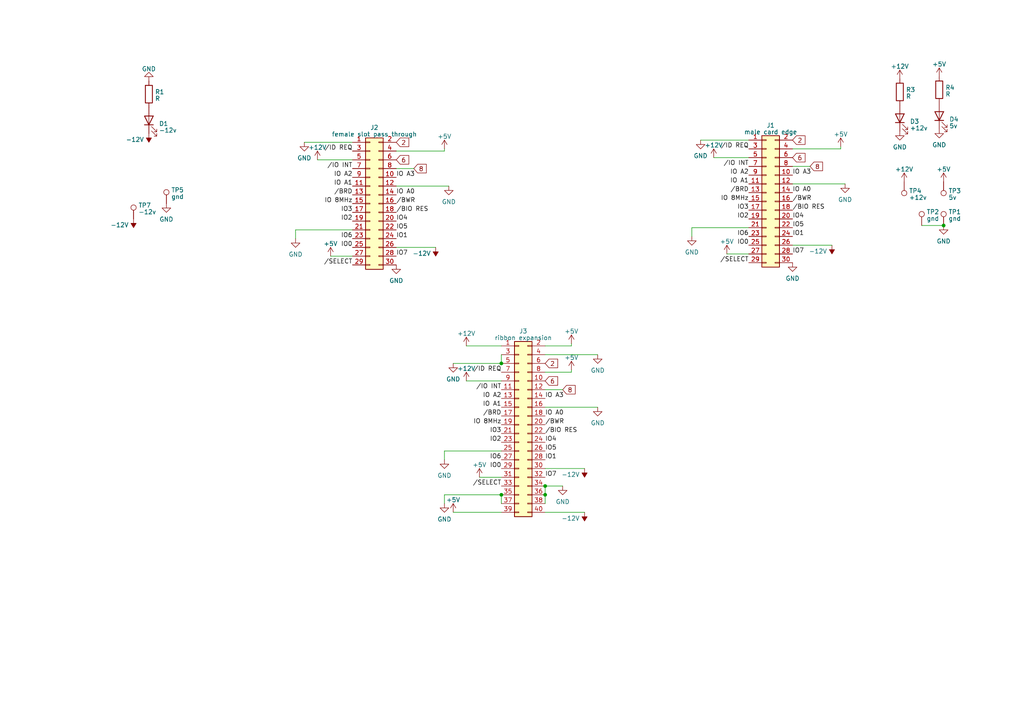
<source format=kicad_sch>
(kicad_sch (version 20230121) (generator eeschema)
  (paper "A4")
  (lib_symbols
    (symbol "Connector:TestPoint" (pin_numbers hide) (pin_names (offset 0.762) hide)
      (property "Reference" "TP" (at 0 6.858 0))
      (property "Value" "TestPoint" (at 0 5.08 0))
      (symbol "TestPoint_0_1"
        (circle (center 0 3.302) (radius 0.762))
      )
      (symbol "TestPoint_1_1"
        (pin passive line (at 0 0 90) (length 2.54) (name "1") (number "1"))
      )
    )
    (symbol "Connector_Generic:Conn_02x15_Odd_Even" (pin_names (offset 1.016) hide)
      (property "Reference" "J" (at 1.27 20.32 0))
      (property "Value" "Conn_02x15_Odd_Even" (at 1.27 -20.32 0))
      (symbol "Conn_02x15_Odd_Even_1_1"
        (rectangle (start -1.27 -17.653) (end 0 -17.907) (stroke (width 0.1524)))
        (rectangle (start -1.27 -15.113) (end 0 -15.367) (stroke (width 0.1524)))
        (rectangle (start -1.27 -12.573) (end 0 -12.827) (stroke (width 0.1524)))
        (rectangle (start -1.27 -10.033) (end 0 -10.287) (stroke (width 0.1524)))
        (rectangle (start -1.27 -7.493) (end 0 -7.747) (stroke (width 0.1524)))
        (rectangle (start -1.27 -4.953) (end 0 -5.207) (stroke (width 0.1524)))
        (rectangle (start -1.27 -2.413) (end 0 -2.667) (stroke (width 0.1524)))
        (rectangle (start -1.27 0.127) (end 0 -0.127) (stroke (width 0.1524)))
        (rectangle (start -1.27 2.667) (end 0 2.413) (stroke (width 0.1524)))
        (rectangle (start -1.27 5.207) (end 0 4.953) (stroke (width 0.1524)))
        (rectangle (start -1.27 7.747) (end 0 7.493) (stroke (width 0.1524)))
        (rectangle (start -1.27 10.287) (end 0 10.033) (stroke (width 0.1524)))
        (rectangle (start -1.27 12.827) (end 0 12.573) (stroke (width 0.1524)))
        (rectangle (start -1.27 15.367) (end 0 15.113) (stroke (width 0.1524)))
        (rectangle (start -1.27 17.907) (end 0 17.653) (stroke (width 0.1524)))
        (rectangle (start -1.27 19.05) (end 3.81 -19.05) (stroke (width 0.254)) (fill (type background)))
        (rectangle (start 3.81 -17.653) (end 2.54 -17.907) (stroke (width 0.1524)))
        (rectangle (start 3.81 -15.113) (end 2.54 -15.367) (stroke (width 0.1524)))
        (rectangle (start 3.81 -12.573) (end 2.54 -12.827) (stroke (width 0.1524)))
        (rectangle (start 3.81 -10.033) (end 2.54 -10.287) (stroke (width 0.1524)))
        (rectangle (start 3.81 -7.493) (end 2.54 -7.747) (stroke (width 0.1524)))
        (rectangle (start 3.81 -4.953) (end 2.54 -5.207) (stroke (width 0.1524)))
        (rectangle (start 3.81 -2.413) (end 2.54 -2.667) (stroke (width 0.1524)))
        (rectangle (start 3.81 0.127) (end 2.54 -0.127) (stroke (width 0.1524)))
        (rectangle (start 3.81 2.667) (end 2.54 2.413) (stroke (width 0.1524)))
        (rectangle (start 3.81 5.207) (end 2.54 4.953) (stroke (width 0.1524)))
        (rectangle (start 3.81 7.747) (end 2.54 7.493) (stroke (width 0.1524)))
        (rectangle (start 3.81 10.287) (end 2.54 10.033) (stroke (width 0.1524)))
        (rectangle (start 3.81 12.827) (end 2.54 12.573) (stroke (width 0.1524)))
        (rectangle (start 3.81 15.367) (end 2.54 15.113) (stroke (width 0.1524)))
        (rectangle (start 3.81 17.907) (end 2.54 17.653) (stroke (width 0.1524)))
        (pin passive line (at -5.08 17.78 0) (length 3.81) (name "Pin_1") (number "1"))
        (pin passive line (at 7.62 7.62 180) (length 3.81) (name "Pin_10") (number "10"))
        (pin passive line (at -5.08 5.08 0) (length 3.81) (name "Pin_11") (number "11"))
        (pin passive line (at 7.62 5.08 180) (length 3.81) (name "Pin_12") (number "12"))
        (pin passive line (at -5.08 2.54 0) (length 3.81) (name "Pin_13") (number "13"))
        (pin passive line (at 7.62 2.54 180) (length 3.81) (name "Pin_14") (number "14"))
        (pin passive line (at -5.08 0 0) (length 3.81) (name "Pin_15") (number "15"))
        (pin passive line (at 7.62 0 180) (length 3.81) (name "Pin_16") (number "16"))
        (pin passive line (at -5.08 -2.54 0) (length 3.81) (name "Pin_17") (number "17"))
        (pin passive line (at 7.62 -2.54 180) (length 3.81) (name "Pin_18") (number "18"))
        (pin passive line (at -5.08 -5.08 0) (length 3.81) (name "Pin_19") (number "19"))
        (pin passive line (at 7.62 17.78 180) (length 3.81) (name "Pin_2") (number "2"))
        (pin passive line (at 7.62 -5.08 180) (length 3.81) (name "Pin_20") (number "20"))
        (pin passive line (at -5.08 -7.62 0) (length 3.81) (name "Pin_21") (number "21"))
        (pin passive line (at 7.62 -7.62 180) (length 3.81) (name "Pin_22") (number "22"))
        (pin passive line (at -5.08 -10.16 0) (length 3.81) (name "Pin_23") (number "23"))
        (pin passive line (at 7.62 -10.16 180) (length 3.81) (name "Pin_24") (number "24"))
        (pin passive line (at -5.08 -12.7 0) (length 3.81) (name "Pin_25") (number "25"))
        (pin passive line (at 7.62 -12.7 180) (length 3.81) (name "Pin_26") (number "26"))
        (pin passive line (at -5.08 -15.24 0) (length 3.81) (name "Pin_27") (number "27"))
        (pin passive line (at 7.62 -15.24 180) (length 3.81) (name "Pin_28") (number "28"))
        (pin passive line (at -5.08 -17.78 0) (length 3.81) (name "Pin_29") (number "29"))
        (pin passive line (at -5.08 15.24 0) (length 3.81) (name "Pin_3") (number "3"))
        (pin passive line (at 7.62 -17.78 180) (length 3.81) (name "Pin_30") (number "30"))
        (pin passive line (at 7.62 15.24 180) (length 3.81) (name "Pin_4") (number "4"))
        (pin passive line (at -5.08 12.7 0) (length 3.81) (name "Pin_5") (number "5"))
        (pin passive line (at 7.62 12.7 180) (length 3.81) (name "Pin_6") (number "6"))
        (pin passive line (at -5.08 10.16 0) (length 3.81) (name "Pin_7") (number "7"))
        (pin passive line (at 7.62 10.16 180) (length 3.81) (name "Pin_8") (number "8"))
        (pin passive line (at -5.08 7.62 0) (length 3.81) (name "Pin_9") (number "9"))
      )
    )
    (symbol "Connector_Generic:Conn_02x20_Odd_Even" (pin_names (offset 1.016) hide)
      (property "Reference" "J" (at 1.27 25.4 0))
      (property "Value" "Conn_02x20_Odd_Even" (at 1.27 -27.94 0))
      (symbol "Conn_02x20_Odd_Even_1_1"
        (rectangle (start -1.27 -25.273) (end 0 -25.527) (stroke (width 0.1524)))
        (rectangle (start -1.27 -22.733) (end 0 -22.987) (stroke (width 0.1524)))
        (rectangle (start -1.27 -20.193) (end 0 -20.447) (stroke (width 0.1524)))
        (rectangle (start -1.27 -17.653) (end 0 -17.907) (stroke (width 0.1524)))
        (rectangle (start -1.27 -15.113) (end 0 -15.367) (stroke (width 0.1524)))
        (rectangle (start -1.27 -12.573) (end 0 -12.827) (stroke (width 0.1524)))
        (rectangle (start -1.27 -10.033) (end 0 -10.287) (stroke (width 0.1524)))
        (rectangle (start -1.27 -7.493) (end 0 -7.747) (stroke (width 0.1524)))
        (rectangle (start -1.27 -4.953) (end 0 -5.207) (stroke (width 0.1524)))
        (rectangle (start -1.27 -2.413) (end 0 -2.667) (stroke (width 0.1524)))
        (rectangle (start -1.27 0.127) (end 0 -0.127) (stroke (width 0.1524)))
        (rectangle (start -1.27 2.667) (end 0 2.413) (stroke (width 0.1524)))
        (rectangle (start -1.27 5.207) (end 0 4.953) (stroke (width 0.1524)))
        (rectangle (start -1.27 7.747) (end 0 7.493) (stroke (width 0.1524)))
        (rectangle (start -1.27 10.287) (end 0 10.033) (stroke (width 0.1524)))
        (rectangle (start -1.27 12.827) (end 0 12.573) (stroke (width 0.1524)))
        (rectangle (start -1.27 15.367) (end 0 15.113) (stroke (width 0.1524)))
        (rectangle (start -1.27 17.907) (end 0 17.653) (stroke (width 0.1524)))
        (rectangle (start -1.27 20.447) (end 0 20.193) (stroke (width 0.1524)))
        (rectangle (start -1.27 22.987) (end 0 22.733) (stroke (width 0.1524)))
        (rectangle (start -1.27 24.13) (end 3.81 -26.67) (stroke (width 0.254)) (fill (type background)))
        (rectangle (start 3.81 -25.273) (end 2.54 -25.527) (stroke (width 0.1524)))
        (rectangle (start 3.81 -22.733) (end 2.54 -22.987) (stroke (width 0.1524)))
        (rectangle (start 3.81 -20.193) (end 2.54 -20.447) (stroke (width 0.1524)))
        (rectangle (start 3.81 -17.653) (end 2.54 -17.907) (stroke (width 0.1524)))
        (rectangle (start 3.81 -15.113) (end 2.54 -15.367) (stroke (width 0.1524)))
        (rectangle (start 3.81 -12.573) (end 2.54 -12.827) (stroke (width 0.1524)))
        (rectangle (start 3.81 -10.033) (end 2.54 -10.287) (stroke (width 0.1524)))
        (rectangle (start 3.81 -7.493) (end 2.54 -7.747) (stroke (width 0.1524)))
        (rectangle (start 3.81 -4.953) (end 2.54 -5.207) (stroke (width 0.1524)))
        (rectangle (start 3.81 -2.413) (end 2.54 -2.667) (stroke (width 0.1524)))
        (rectangle (start 3.81 0.127) (end 2.54 -0.127) (stroke (width 0.1524)))
        (rectangle (start 3.81 2.667) (end 2.54 2.413) (stroke (width 0.1524)))
        (rectangle (start 3.81 5.207) (end 2.54 4.953) (stroke (width 0.1524)))
        (rectangle (start 3.81 7.747) (end 2.54 7.493) (stroke (width 0.1524)))
        (rectangle (start 3.81 10.287) (end 2.54 10.033) (stroke (width 0.1524)))
        (rectangle (start 3.81 12.827) (end 2.54 12.573) (stroke (width 0.1524)))
        (rectangle (start 3.81 15.367) (end 2.54 15.113) (stroke (width 0.1524)))
        (rectangle (start 3.81 17.907) (end 2.54 17.653) (stroke (width 0.1524)))
        (rectangle (start 3.81 20.447) (end 2.54 20.193) (stroke (width 0.1524)))
        (rectangle (start 3.81 22.987) (end 2.54 22.733) (stroke (width 0.1524)))
        (pin passive line (at -5.08 22.86 0) (length 3.81) (name "Pin_1") (number "1"))
        (pin passive line (at 7.62 12.7 180) (length 3.81) (name "Pin_10") (number "10"))
        (pin passive line (at -5.08 10.16 0) (length 3.81) (name "Pin_11") (number "11"))
        (pin passive line (at 7.62 10.16 180) (length 3.81) (name "Pin_12") (number "12"))
        (pin passive line (at -5.08 7.62 0) (length 3.81) (name "Pin_13") (number "13"))
        (pin passive line (at 7.62 7.62 180) (length 3.81) (name "Pin_14") (number "14"))
        (pin passive line (at -5.08 5.08 0) (length 3.81) (name "Pin_15") (number "15"))
        (pin passive line (at 7.62 5.08 180) (length 3.81) (name "Pin_16") (number "16"))
        (pin passive line (at -5.08 2.54 0) (length 3.81) (name "Pin_17") (number "17"))
        (pin passive line (at 7.62 2.54 180) (length 3.81) (name "Pin_18") (number "18"))
        (pin passive line (at -5.08 0 0) (length 3.81) (name "Pin_19") (number "19"))
        (pin passive line (at 7.62 22.86 180) (length 3.81) (name "Pin_2") (number "2"))
        (pin passive line (at 7.62 0 180) (length 3.81) (name "Pin_20") (number "20"))
        (pin passive line (at -5.08 -2.54 0) (length 3.81) (name "Pin_21") (number "21"))
        (pin passive line (at 7.62 -2.54 180) (length 3.81) (name "Pin_22") (number "22"))
        (pin passive line (at -5.08 -5.08 0) (length 3.81) (name "Pin_23") (number "23"))
        (pin passive line (at 7.62 -5.08 180) (length 3.81) (name "Pin_24") (number "24"))
        (pin passive line (at -5.08 -7.62 0) (length 3.81) (name "Pin_25") (number "25"))
        (pin passive line (at 7.62 -7.62 180) (length 3.81) (name "Pin_26") (number "26"))
        (pin passive line (at -5.08 -10.16 0) (length 3.81) (name "Pin_27") (number "27"))
        (pin passive line (at 7.62 -10.16 180) (length 3.81) (name "Pin_28") (number "28"))
        (pin passive line (at -5.08 -12.7 0) (length 3.81) (name "Pin_29") (number "29"))
        (pin passive line (at -5.08 20.32 0) (length 3.81) (name "Pin_3") (number "3"))
        (pin passive line (at 7.62 -12.7 180) (length 3.81) (name "Pin_30") (number "30"))
        (pin passive line (at -5.08 -15.24 0) (length 3.81) (name "Pin_31") (number "31"))
        (pin passive line (at 7.62 -15.24 180) (length 3.81) (name "Pin_32") (number "32"))
        (pin passive line (at -5.08 -17.78 0) (length 3.81) (name "Pin_33") (number "33"))
        (pin passive line (at 7.62 -17.78 180) (length 3.81) (name "Pin_34") (number "34"))
        (pin passive line (at -5.08 -20.32 0) (length 3.81) (name "Pin_35") (number "35"))
        (pin passive line (at 7.62 -20.32 180) (length 3.81) (name "Pin_36") (number "36"))
        (pin passive line (at -5.08 -22.86 0) (length 3.81) (name "Pin_37") (number "37"))
        (pin passive line (at 7.62 -22.86 180) (length 3.81) (name "Pin_38") (number "38"))
        (pin passive line (at -5.08 -25.4 0) (length 3.81) (name "Pin_39") (number "39"))
        (pin passive line (at 7.62 20.32 180) (length 3.81) (name "Pin_4") (number "4"))
        (pin passive line (at 7.62 -25.4 180) (length 3.81) (name "Pin_40") (number "40"))
        (pin passive line (at -5.08 17.78 0) (length 3.81) (name "Pin_5") (number "5"))
        (pin passive line (at 7.62 17.78 180) (length 3.81) (name "Pin_6") (number "6"))
        (pin passive line (at -5.08 15.24 0) (length 3.81) (name "Pin_7") (number "7"))
        (pin passive line (at 7.62 15.24 180) (length 3.81) (name "Pin_8") (number "8"))
        (pin passive line (at -5.08 12.7 0) (length 3.81) (name "Pin_9") (number "9"))
      )
    )
    (symbol "Device:LED" (pin_numbers hide) (pin_names (offset 1.016) hide)
      (property "Reference" "D" (at 0 2.54 0))
      (property "Value" "LED" (at 0 -2.54 0))
      (symbol "LED_0_1"
        (polyline (pts (xy -1.27 -1.27) (xy -1.27 1.27)) (stroke (width 0.254)))
        (polyline (pts (xy -1.27 0) (xy 1.27 0)))
        (polyline (pts (xy 1.27 -1.27) (xy 1.27 1.27) (xy -1.27 0) (xy 1.27 -1.27)) (stroke (width 0.254)))
        (polyline (pts (xy -3.048 -0.762) (xy -4.572 -2.286) (xy -3.81 -2.286) (xy -4.572 -2.286) (xy -4.572 -1.524)))
        (polyline (pts (xy -1.778 -0.762) (xy -3.302 -2.286) (xy -2.54 -2.286) (xy -3.302 -2.286) (xy -3.302 -1.524)))
      )
      (symbol "LED_1_1"
        (pin passive line (at -3.81 0 0) (length 2.54) (name "K") (number "1"))
        (pin passive line (at 3.81 0 180) (length 2.54) (name "A") (number "2"))
      )
    )
    (symbol "Device:R" (pin_numbers hide) (pin_names (offset 0))
      (property "Reference" "R" (at 2.032 0 90))
      (property "Value" "R" (at 0 0 90))
      (symbol "R_0_1"
        (rectangle (start -1.016 -2.54) (end 1.016 2.54) (stroke (width 0.254)))
      )
      (symbol "R_1_1"
        (pin passive line (at 0 3.81 270) (length 1.27) (name "~") (number "1"))
        (pin passive line (at 0 -3.81 90) (length 1.27) (name "~") (number "2"))
      )
    )
    (symbol "power:+12V" (power) (pin_names (offset 0))
      (property "Value" "+12V" (at 0 3.556 0))
      (symbol "+12V_0_1"
        (polyline (pts (xy -0.762 1.27) (xy 0 2.54)))
        (polyline (pts (xy 0 0) (xy 0 2.54)))
        (polyline (pts (xy 0 2.54) (xy 0.762 1.27)))
      )
      (symbol "+12V_1_1"
        (pin power_in line (at 0 0 90) (length 0) hide (name "+12V") (number "1"))
      )
    )
    (symbol "power:+5V" (power) (pin_names (offset 0))
      (property "Value" "+5V" (at 0 3.556 0))
      (symbol "+5V_0_1"
        (polyline (pts (xy -0.762 1.27) (xy 0 2.54)))
        (polyline (pts (xy 0 0) (xy 0 2.54)))
        (polyline (pts (xy 0 2.54) (xy 0.762 1.27)))
      )
      (symbol "+5V_1_1"
        (pin power_in line (at 0 0 90) (length 0) hide (name "+5V") (number "1"))
      )
    )
    (symbol "power:-12V" (power) (pin_names (offset 0))
      (property "Value" "-12V" (at 0 3.81 0))
      (symbol "-12V_0_0"
        (pin power_in line (at 0 0 90) (length 0) hide (name "-12V") (number "1"))
      )
      (symbol "-12V_0_1"
        (polyline (pts (xy 0 0) (xy 0 1.27) (xy 0.762 1.27) (xy 0 2.54) (xy -0.762 1.27) (xy 0 1.27)) (fill (type outline)))
      )
    )
    (symbol "power:GND" (power) (pin_names (offset 0))
      (property "Value" "GND" (at 0 -3.81 0))
      (symbol "GND_0_1"
        (polyline (pts (xy 0 0) (xy 0 -1.27) (xy 1.27 -1.27) (xy 0 -2.54) (xy -1.27 -1.27) (xy 0 -1.27)))
      )
      (symbol "GND_1_1"
        (pin power_in line (at 0 0 270) (length 0) hide (name "GND") (number "1"))
      )
    )
  )
  (junction (at 158.115 143.51))
  (junction (at 273.685 65.405))
  (junction (at 158.115 140.97))
  (junction (at 145.415 143.51))
  (junction (at 145.415 105.41))
  (wire (pts (xy 165.735 107.95) (xy 165.735 107.315)))
  (wire (pts (xy 234.95 48.26) (xy 229.87 48.26)))
  (wire (pts (xy 128.905 143.51) (xy 128.905 146.05)))
  (wire (pts (xy 131.445 105.41) (xy 145.415 105.41)))
  (wire (pts (xy 200.66 66.04) (xy 200.66 68.58)))
  (wire (pts (xy 229.87 71.12) (xy 241.3 71.12)))
  (wire (pts (xy 158.115 140.97) (xy 158.115 143.51)))
  (wire (pts (xy 158.115 135.89) (xy 169.545 135.89)))
  (wire (pts (xy 158.115 102.87) (xy 173.355 102.87)))
  (wire (pts (xy 163.195 140.97) (xy 158.115 140.97)))
  (wire (pts (xy 114.935 53.975) (xy 130.175 53.975)))
  (wire (pts (xy 158.115 107.95) (xy 165.735 107.95)))
  (wire (pts (xy 243.84 43.18) (xy 243.84 42.545)))
  (wire (pts (xy 158.115 100.33) (xy 165.735 100.33)))
  (wire (pts (xy 128.905 130.81) (xy 128.905 133.35)))
  (wire (pts (xy 128.905 43.815) (xy 128.905 43.18)))
  (wire (pts (xy 158.115 118.11) (xy 173.355 118.11)))
  (wire (pts (xy 131.445 148.59) (xy 145.415 148.59)))
  (wire (pts (xy 145.415 102.87) (xy 145.415 105.41)))
  (wire (pts (xy 102.235 66.675) (xy 85.725 66.675)))
  (wire (pts (xy 95.885 74.295) (xy 102.235 74.295)))
  (wire (pts (xy 139.065 138.43) (xy 145.415 138.43)))
  (wire (pts (xy 163.195 113.03) (xy 158.115 113.03)))
  (wire (pts (xy 158.115 148.59) (xy 169.545 148.59)))
  (wire (pts (xy 158.115 143.51) (xy 158.115 146.05)))
  (wire (pts (xy 207.01 45.72) (xy 217.17 45.72)))
  (wire (pts (xy 165.735 100.33) (xy 165.735 99.695)))
  (wire (pts (xy 135.255 110.49) (xy 145.415 110.49)))
  (wire (pts (xy 145.415 130.81) (xy 128.905 130.81)))
  (wire (pts (xy 114.935 71.755) (xy 126.365 71.755)))
  (wire (pts (xy 135.255 100.33) (xy 145.415 100.33)))
  (wire (pts (xy 210.82 73.66) (xy 217.17 73.66)))
  (wire (pts (xy 145.415 143.51) (xy 128.905 143.51)))
  (wire (pts (xy 267.335 65.405) (xy 273.685 65.405)))
  (wire (pts (xy 229.87 53.34) (xy 245.11 53.34)))
  (wire (pts (xy 114.935 43.815) (xy 128.905 43.815)))
  (wire (pts (xy 120.015 48.895) (xy 114.935 48.895)))
  (wire (pts (xy 229.87 43.18) (xy 243.84 43.18)))
  (wire (pts (xy 145.415 143.51) (xy 145.415 146.05)))
  (wire (pts (xy 88.265 41.275) (xy 102.235 41.275)))
  (wire (pts (xy 217.17 66.04) (xy 200.66 66.04)))
  (wire (pts (xy 203.2 40.64) (xy 217.17 40.64)))
  (wire (pts (xy 85.725 66.675) (xy 85.725 69.215)))
  (wire (pts (xy 92.075 46.355) (xy 102.235 46.355)))
  (label "IO A1" (at 145.415 118.11 180))
  (label "{slash}SELECT" (at 102.235 76.835 180))
  (label "IO4" (at 158.115 128.27 0))
  (label "{slash}ID REQ" (at 102.235 43.815 180))
  (label "IO1" (at 158.115 133.35 0))
  (label "IO 8MHz" (at 102.235 59.055 180))
  (label "IO2" (at 145.415 128.27 180))
  (label "IO2" (at 102.235 64.135 180))
  (label "IO A0" (at 114.935 56.515 0))
  (label "IO3" (at 145.415 125.73 180))
  (label "IO 8MHz" (at 145.415 123.19 180))
  (label "IO 8MHz" (at 217.17 58.42 180))
  (label "IO7" (at 114.935 74.295 0))
  (label "{slash}IO INT" (at 145.415 113.03 180))
  (label "IO A2" (at 217.17 50.8 180))
  (label "IO4" (at 114.935 64.135 0))
  (label "{slash}BRD" (at 102.235 56.515 180))
  (label "{slash}SELECT" (at 217.17 76.2 180))
  (label "IO A2" (at 102.235 51.435 180))
  (label "{slash}SELECT" (at 145.415 140.97 180))
  (label "{slash}ID REQ" (at 145.415 107.95 180))
  (label "IO A1" (at 102.235 53.975 180))
  (label "{slash}BWR" (at 158.115 123.19 0))
  (label "IO A1" (at 217.17 53.34 180))
  (label "IO A0" (at 158.115 120.65 0))
  (label "{slash}BRD" (at 145.415 120.65 180))
  (label "{slash}BIO RES" (at 114.935 61.595 0))
  (label "IO5" (at 158.115 130.81 0))
  (label "IO1" (at 229.87 68.58 0))
  (label "IO2" (at 217.17 63.5 180))
  (label "IO4" (at 229.87 63.5 0))
  (label "{slash}BIO RES" (at 158.115 125.73 0))
  (label "IO7" (at 158.115 138.43 0))
  (label "IO6" (at 102.235 69.215 180))
  (label "IO0" (at 145.415 135.89 180))
  (label "IO A0" (at 229.87 55.88 0))
  (label "{slash}IO INT" (at 217.17 48.26 180))
  (label "IO0" (at 217.17 71.12 180))
  (label "IO1" (at 114.935 69.215 0))
  (label "{slash}ID REQ" (at 217.17 43.18 180))
  (label "IO A3" (at 114.935 51.435 0))
  (label "{slash}IO INT" (at 102.235 48.895 180))
  (label "IO7" (at 229.87 73.66 0))
  (label "{slash}BRD" (at 217.17 55.88 180))
  (label "{slash}BWR" (at 114.935 59.055 0))
  (label "IO5" (at 229.87 66.04 0))
  (label "{slash}BIO RES" (at 229.87 60.96 0))
  (label "IO6" (at 217.17 68.58 180))
  (label "{slash}BWR" (at 229.87 58.42 0))
  (label "IO A3" (at 158.115 115.57 0))
  (label "IO A2" (at 145.415 115.57 180))
  (label "IO5" (at 114.935 66.675 0))
  (label "IO6" (at 145.415 133.35 180))
  (label "IO3" (at 217.17 60.96 180))
  (label "IO A3" (at 229.87 50.8 0))
  (label "IO0" (at 102.235 71.755 180))
  (label "IO3" (at 102.235 61.595 180))
  (global_label "8" (shape input) (at 234.95 48.26 0) (property "Intersheetrefs" "${INTERSHEET_REFS}" (effects hide)))
  (global_label "8" (shape input) (at 120.015 48.895 0) (property "Intersheetrefs" "${INTERSHEET_REFS}" (effects hide)))
  (global_label "6" (shape input) (at 114.935 46.355 0) (property "Intersheetrefs" "${INTERSHEET_REFS}" (effects hide)))
  (global_label "2" (shape input) (at 229.87 40.64 0) (property "Intersheetrefs" "${INTERSHEET_REFS}" (effects hide)))
  (global_label "2" (shape input) (at 158.115 105.41 0) (property "Intersheetrefs" "${INTERSHEET_REFS}" (effects hide)))
  (global_label "8" (shape input) (at 163.195 113.03 0) (property "Intersheetrefs" "${INTERSHEET_REFS}" (effects hide)))
  (global_label "2" (shape input) (at 114.935 41.275 0) (property "Intersheetrefs" "${INTERSHEET_REFS}" (effects hide)))
  (global_label "6" (shape input) (at 229.87 45.72 0) (property "Intersheetrefs" "${INTERSHEET_REFS}" (effects hide)))
  (global_label "6" (shape input) (at 158.115 110.49 0) (property "Intersheetrefs" "${INTERSHEET_REFS}" (effects hide)))
  (symbol (lib_id "power:+12V") (at 92.075 46.355 0) (unit 1)
    (property "Reference" "#PWR011" (effects hide))
    (property "Value" "+12V" (at 92.075 42.7505 0))
  )
  (symbol (lib_id "Device:LED") (at 43.18 34.925 90) (unit 1)
    (property "Reference" "D1" (at 46.101 35.8688 90) (effects (justify right)))
    (property "Value" "-12v" (at 46.101 37.7898 90) (effects (justify right)))
    (property "Footprint" "LED_THT:LED_D5.0mm" (effects hide))
  )
  (symbol (lib_id "Device:R") (at 43.18 27.305 0) (unit 1)
    (property "Reference" "R1" (at 44.958 26.6613 0) (effects (justify left)))
    (property "Value" "R" (at 44.958 28.5823 0) (effects (justify left)))
    (property "Footprint" "Resistor_THT:R_Axial_DIN0207_L6.3mm_D2.5mm_P5.08mm_Vertical" (effects hide))
  )
  (symbol (lib_id "power:+12V") (at 135.255 100.33 0) (unit 1)
    (property "Reference" "#PWR017" (effects hide))
    (property "Value" "+12V" (at 135.255 96.7255 0))
  )
  (symbol (lib_id "power:+5V") (at 131.445 148.59 0) (unit 1)
    (property "Reference" "#PWR029" (effects hide))
    (property "Value" "+5V" (at 131.445 144.9855 0))
  )
  (symbol (lib_id "power:+12V") (at 207.01 45.72 0) (unit 1)
    (property "Reference" "#PWR03" (effects hide))
    (property "Value" "+12V" (at 207.01 42.1155 0))
  )
  (symbol (lib_id "Connector:TestPoint") (at 48.26 59.055 0) (unit 1)
    (property "Reference" "TP5" (at 49.657 55.1093 0) (effects (justify left)))
    (property "Value" "gnd" (at 49.657 57.0303 0) (effects (justify left)))
    (property "Footprint" "Connector_PinHeader_2.54mm:PinHeader_1x01_P2.54mm_Vertical" (effects hide))
  )
  (symbol (lib_id "power:GND") (at 43.18 23.495 180) (unit 1)
    (property "Reference" "#PWR036" (effects hide))
    (property "Value" "GND" (at 43.18 19.9931 0))
  )
  (symbol (lib_id "power:GND") (at 260.985 38.1 0) (unit 1)
    (property "Reference" "#PWR035" (effects hide))
    (property "Value" "GND" (at 260.985 42.6625 0))
  )
  (symbol (lib_id "power:-12V") (at 43.18 38.735 0) (mirror x) (unit 1)
    (property "Reference" "#PWR032" (effects hide))
    (property "Value" "-12V" (at 41.783 40.484 0) (effects (justify right)))
  )
  (symbol (lib_id "Connector:TestPoint") (at 38.735 63.5 0) (unit 1)
    (property "Reference" "TP7" (at 40.132 59.5543 0) (effects (justify left)))
    (property "Value" "-12v" (at 40.132 61.4753 0) (effects (justify left)))
    (property "Footprint" "Connector_PinHeader_2.54mm:PinHeader_1x01_P2.54mm_Vertical" (effects hide))
  )
  (symbol (lib_id "power:GND") (at 203.2 40.64 0) (unit 1)
    (property "Reference" "#PWR02" (effects hide))
    (property "Value" "GND" (at 203.2 45.2025 0))
  )
  (symbol (lib_id "power:GND") (at 48.26 59.055 0) (unit 1)
    (property "Reference" "#PWR044" (effects hide))
    (property "Value" "GND" (at 48.26 63.6175 0))
  )
  (symbol (lib_id "power:-12V") (at 241.3 71.12 0) (mirror x) (unit 1)
    (property "Reference" "#PWR06" (effects hide))
    (property "Value" "-12V" (at 239.903 72.869 0) (effects (justify right)))
  )
  (symbol (lib_id "Device:LED") (at 272.415 33.655 90) (unit 1)
    (property "Reference" "D4" (at 275.336 34.5988 90) (effects (justify right)))
    (property "Value" "5v" (at 275.336 36.5198 90) (effects (justify right)))
    (property "Footprint" "LED_THT:LED_D5.0mm" (effects hide))
  )
  (symbol (lib_id "power:-12V") (at 169.545 135.89 0) (mirror x) (unit 1)
    (property "Reference" "#PWR023" (effects hide))
    (property "Value" "-12V" (at 168.148 137.639 0) (effects (justify right)))
  )
  (symbol (lib_id "power:GND") (at 200.66 68.58 0) (unit 1)
    (property "Reference" "#PWR01" (effects hide))
    (property "Value" "GND" (at 200.66 73.1425 0))
  )
  (symbol (lib_id "power:+5V") (at 165.735 99.695 0) (unit 1)
    (property "Reference" "#PWR027" (effects hide))
    (property "Value" "+5V" (at 165.735 96.0905 0))
  )
  (symbol (lib_id "Connector_Generic:Conn_02x15_Odd_Even") (at 222.25 58.42 0) (unit 1)
    (property "Reference" "J1" (at 223.52 36.3601 0))
    (property "Value" "male card edge" (at 223.52 38.2811 0))
    (property "Footprint" "Evan's misc parts:northstar edge connector" (effects hide))
  )
  (symbol (lib_id "power:GND") (at 245.11 53.34 0) (unit 1)
    (property "Reference" "#PWR08" (effects hide))
    (property "Value" "GND" (at 245.11 57.9025 0))
  )
  (symbol (lib_id "power:GND") (at 85.725 69.215 0) (unit 1)
    (property "Reference" "#PWR09" (effects hide))
    (property "Value" "GND" (at 85.725 73.7775 0))
  )
  (symbol (lib_id "Connector:TestPoint") (at 273.685 65.405 0) (unit 1)
    (property "Reference" "TP1" (at 275.082 61.4593 0) (effects (justify left)))
    (property "Value" "gnd" (at 275.082 63.3803 0) (effects (justify left)))
    (property "Footprint" "Connector_PinHeader_2.54mm:PinHeader_1x01_P2.54mm_Vertical" (effects hide))
  )
  (symbol (lib_id "power:-12V") (at 38.735 63.5 0) (mirror x) (unit 1)
    (property "Reference" "#PWR043" (effects hide))
    (property "Value" "-12V" (at 37.338 65.249 0) (effects (justify right)))
  )
  (symbol (lib_id "Connector:TestPoint") (at 267.335 65.405 0) (unit 1)
    (property "Reference" "TP2" (at 268.732 61.4593 0) (effects (justify left)))
    (property "Value" "gnd" (at 268.732 63.3803 0) (effects (justify left)))
    (property "Footprint" "Connector_PinHeader_2.54mm:PinHeader_1x01_P2.54mm_Vertical" (effects hide))
  )
  (symbol (lib_id "power:GND") (at 229.87 76.2 0) (unit 1)
    (property "Reference" "#PWR05" (effects hide))
    (property "Value" "GND" (at 229.87 80.7625 0))
  )
  (symbol (lib_id "power:GND") (at 173.355 118.11 0) (unit 1)
    (property "Reference" "#PWR025" (effects hide))
    (property "Value" "GND" (at 173.355 122.6725 0))
  )
  (symbol (lib_id "power:+5V") (at 273.685 52.705 0) (unit 1)
    (property "Reference" "#PWR040" (effects hide))
    (property "Value" "+5V" (at 273.685 49.1005 0))
  )
  (symbol (lib_id "power:GND") (at 272.415 37.465 0) (unit 1)
    (property "Reference" "#PWR034" (effects hide))
    (property "Value" "GND" (at 272.415 42.0275 0))
  )
  (symbol (lib_id "power:GND") (at 273.685 65.405 0) (unit 1)
    (property "Reference" "#PWR041" (effects hide))
    (property "Value" "GND" (at 273.685 69.9675 0))
  )
  (symbol (lib_id "power:-12V") (at 126.365 71.755 0) (mirror x) (unit 1)
    (property "Reference" "#PWR014" (effects hide))
    (property "Value" "-12V" (at 124.968 73.504 0) (effects (justify right)))
  )
  (symbol (lib_id "Connector_Generic:Conn_02x20_Odd_Even") (at 150.495 123.19 0) (unit 1)
    (property "Reference" "J3" (at 151.765 96.0501 0))
    (property "Value" "ribbon expansion" (at 151.765 97.9711 0))
    (property "Footprint" "Connector_PinHeader_2.54mm:PinHeader_2x20_P2.54mm_Vertical" (effects hide))
  )
  (symbol (lib_id "power:+12V") (at 262.255 52.705 0) (unit 1)
    (property "Reference" "#PWR039" (effects hide))
    (property "Value" "+12V" (at 262.255 49.1005 0))
  )
  (symbol (lib_id "power:+5V") (at 139.065 138.43 0) (unit 1)
    (property "Reference" "#PWR021" (effects hide))
    (property "Value" "+5V" (at 139.065 134.8255 0))
  )
  (symbol (lib_id "Connector:TestPoint") (at 273.685 52.705 180) (unit 1)
    (property "Reference" "TP3" (at 275.082 55.3633 0) (effects (justify right)))
    (property "Value" "5v" (at 275.082 57.2843 0) (effects (justify right)))
    (property "Footprint" "Connector_PinHeader_2.54mm:PinHeader_1x01_P2.54mm_Vertical" (effects hide))
  )
  (symbol (lib_id "Device:R") (at 260.985 26.67 0) (unit 1)
    (property "Reference" "R3" (at 262.763 26.0263 0) (effects (justify left)))
    (property "Value" "R" (at 262.763 27.9473 0) (effects (justify left)))
    (property "Footprint" "Resistor_THT:R_Axial_DIN0207_L6.3mm_D2.5mm_P5.08mm_Vertical" (effects hide))
  )
  (symbol (lib_id "power:+12V") (at 135.255 110.49 0) (unit 1)
    (property "Reference" "#PWR020" (effects hide))
    (property "Value" "+12V" (at 135.255 106.8855 0))
  )
  (symbol (lib_id "power:GND") (at 130.175 53.975 0) (unit 1)
    (property "Reference" "#PWR016" (effects hide))
    (property "Value" "GND" (at 130.175 58.5375 0))
  )
  (symbol (lib_id "power:+12V") (at 260.985 22.86 0) (unit 1)
    (property "Reference" "#PWR031" (effects hide))
    (property "Value" "+12V" (at 260.985 19.2555 0))
  )
  (symbol (lib_id "power:GND") (at 114.935 76.835 0) (unit 1)
    (property "Reference" "#PWR013" (effects hide))
    (property "Value" "GND" (at 114.935 81.3975 0))
  )
  (symbol (lib_id "Connector_Generic:Conn_02x15_Odd_Even") (at 107.315 59.055 0) (unit 1)
    (property "Reference" "J2" (at 108.585 36.9951 0))
    (property "Value" "female slot pass through" (at 108.585 38.9161 0))
    (property "Footprint" "Evan's misc parts:northstar edge connector" (effects hide))
  )
  (symbol (lib_id "Device:LED") (at 260.985 34.29 90) (unit 1)
    (property "Reference" "D3" (at 263.906 35.2338 90) (effects (justify right)))
    (property "Value" "+12v" (at 263.906 37.1548 90) (effects (justify right)))
    (property "Footprint" "LED_THT:LED_D5.0mm" (effects hide))
  )
  (symbol (lib_id "power:+5V") (at 272.415 22.225 0) (unit 1)
    (property "Reference" "#PWR033" (effects hide))
    (property "Value" "+5V" (at 272.415 18.6205 0))
  )
  (symbol (lib_id "Device:R") (at 272.415 26.035 0) (unit 1)
    (property "Reference" "R4" (at 274.193 25.3913 0) (effects (justify left)))
    (property "Value" "R" (at 274.193 27.3123 0) (effects (justify left)))
    (property "Footprint" "Resistor_THT:R_Axial_DIN0207_L6.3mm_D2.5mm_P5.08mm_Vertical" (effects hide))
  )
  (symbol (lib_id "power:GND") (at 173.355 102.87 0) (unit 1)
    (property "Reference" "#PWR026" (effects hide))
    (property "Value" "GND" (at 173.355 107.4325 0))
  )
  (symbol (lib_id "power:GND") (at 131.445 105.41 0) (unit 1)
    (property "Reference" "#PWR019" (effects hide))
    (property "Value" "GND" (at 131.445 109.9725 0))
  )
  (symbol (lib_id "power:GND") (at 128.905 146.05 0) (unit 1)
    (property "Reference" "#PWR030" (effects hide))
    (property "Value" "GND" (at 128.905 150.6125 0))
  )
  (symbol (lib_id "power:+5V") (at 165.735 107.315 0) (unit 1)
    (property "Reference" "#PWR024" (effects hide))
    (property "Value" "+5V" (at 165.735 103.7105 0))
  )
  (symbol (lib_id "power:GND") (at 128.905 133.35 0) (unit 1)
    (property "Reference" "#PWR018" (effects hide))
    (property "Value" "GND" (at 128.905 137.9125 0))
  )
  (symbol (lib_id "power:GND") (at 88.265 41.275 0) (unit 1)
    (property "Reference" "#PWR010" (effects hide))
    (property "Value" "GND" (at 88.265 45.8375 0))
  )
  (symbol (lib_id "power:+5V") (at 243.84 42.545 0) (unit 1)
    (property "Reference" "#PWR07" (effects hide))
    (property "Value" "+5V" (at 243.84 38.9405 0))
  )
  (symbol (lib_id "power:+5V") (at 128.905 43.18 0) (unit 1)
    (property "Reference" "#PWR015" (effects hide))
    (property "Value" "+5V" (at 128.905 39.5755 0))
  )
  (symbol (lib_id "power:-12V") (at 169.545 148.59 0) (mirror x) (unit 1)
    (property "Reference" "#PWR028" (effects hide))
    (property "Value" "-12V" (at 168.148 150.339 0) (effects (justify right)))
  )
  (symbol (lib_id "power:+5V") (at 95.885 74.295 0) (unit 1)
    (property "Reference" "#PWR012" (effects hide))
    (property "Value" "+5V" (at 95.885 70.6905 0))
  )
  (symbol (lib_id "power:GND") (at 163.195 140.97 0) (unit 1)
    (property "Reference" "#PWR022" (effects hide))
    (property "Value" "GND" (at 163.195 145.5325 0))
  )
  (symbol (lib_id "power:+5V") (at 210.82 73.66 0) (unit 1)
    (property "Reference" "#PWR04" (effects hide))
    (property "Value" "+5V" (at 210.82 70.0555 0))
  )
  (symbol (lib_id "Connector:TestPoint") (at 262.255 52.705 180) (unit 1)
    (property "Reference" "TP4" (at 263.652 55.3633 0) (effects (justify right)))
    (property "Value" "+12v" (at 263.652 57.2843 0) (effects (justify right)))
    (property "Footprint" "Connector_PinHeader_2.54mm:PinHeader_1x01_P2.54mm_Vertical" (effects hide))
  )
)
</source>
